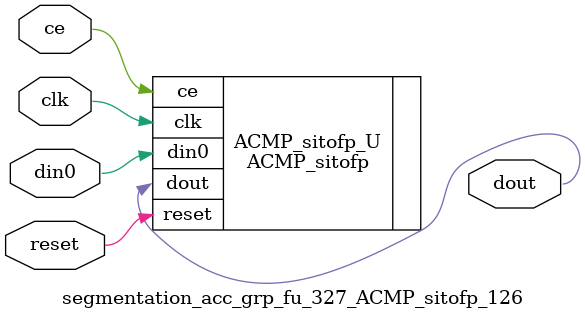
<source format=v>

`timescale 1 ns / 1 ps
module segmentation_acc_grp_fu_327_ACMP_sitofp_126(
    clk,
    reset,
    ce,
    din0,
    dout);

parameter ID = 32'd1;
parameter NUM_STAGE = 32'd1;
parameter din0_WIDTH = 32'd1;
parameter dout_WIDTH = 32'd1;
input clk;
input reset;
input ce;
input[din0_WIDTH - 1:0] din0;
output[dout_WIDTH - 1:0] dout;



ACMP_sitofp #(
.ID( ID ),
.NUM_STAGE( 4 ),
.din0_WIDTH( din0_WIDTH ),
.dout_WIDTH( dout_WIDTH ))
ACMP_sitofp_U(
    .clk( clk ),
    .reset( reset ),
    .ce( ce ),
    .din0( din0 ),
    .dout( dout ));

endmodule

</source>
